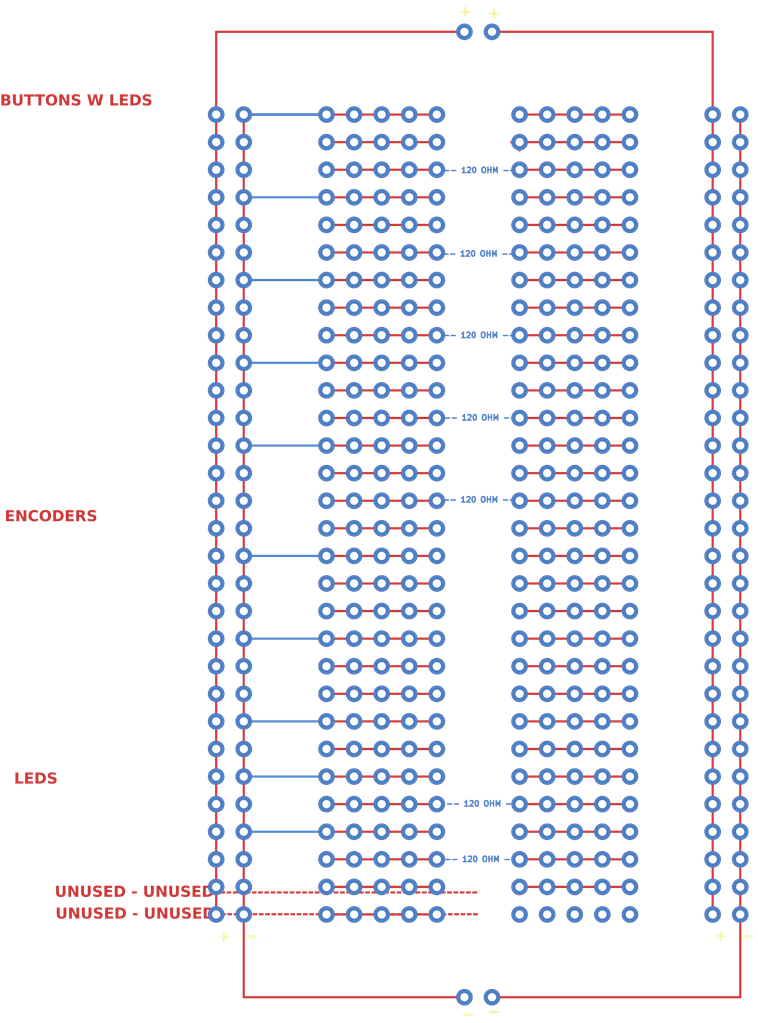
<source format=kicad_pcb>
(kicad_pcb (version 20221018) (generator pcbnew)
  (layers (0 "F.Cu" signal) (31 "B.Cu" signal) (34 "B.Paste" user) (35 "F.Paste" user) (36 "B.SilkS" user "B.Silkscreen") (37 "F.SilkS" user "F.Silkscreen") (38 "B.Mask" user) (39 "F.Mask" user) (44 "Edge.Cuts" user))
  (net 0 "")
  (footprint "RYAN:MCP_BOARD_3" (layer "F.Cu") (at 35.56 17.78)
    (fp_text reference "REF**" hide)
    (fp_text value "MCP_BOARD_1")
  )
  (gr_text "UNUSED - UNUSED -----------------------------------------" (at 18.21872 97.069032) (layer "F.Cu") (effects (font (size 1 1) (thickness 0.2) bold) (justify left bottom)))
  (gr_text "UNUSED - UNUSED -----------------------------------------" (at 18.147061 95.062603) (layer "F.Cu") (effects (font (size 1 1) (thickness 0.2) bold) (justify left bottom)))
  (gr_text "-- 120 OHM --" (at 53.838938 58.609302) (layer "B.Cu") (effects (font (size 0.5 0.5) (thickness 0.125) bold) (justify left bottom)))
  (gr_text "-- 120 OHM --" (at 53.791166 35.965317) (layer "B.Cu") (effects (font (size 0.5 0.5) (thickness 0.125) bold) (justify left bottom)))
  (gr_text "-- 120 OHM --" (at 53.934483 51.061307) (layer "B.Cu") (effects (font (size 0.5 0.5) (thickness 0.125) bold) (justify left bottom)))
  (gr_text "-- 120 OHM --" (at 53.982255 91.715382) (layer "B.Cu") (effects (font (size 0.5 0.5) (thickness 0.125) bold) (justify left bottom)))
  (gr_text "-- 120 OHM --" (at 53.838938 43.46554) (layer "B.Cu") (effects (font (size 0.5 0.5) (thickness 0.125) bold) (justify left bottom)))
  (gr_text "-- 120 OHM --" (at 54.125571 86.603765) (layer "B.Cu") (effects (font (size 0.5 0.5) (thickness 0.125) bold) (justify left bottom)))
  (gr_text "-- 120 OHM --" (at 53.886711 28.274005) (layer "B.Cu") (effects (font (size 0.5 0.5) (thickness 0.125) bold) (justify left bottom)))
  (segment (start 42.375706 78.74) (end 43.18 78.74) (width 0) (layer "B.Cu") (net 0))
  (segment (start 42.375706 88.9) (end 35.56 88.9) (width 0.2) (layer "B.Cu") (net 0))
  (segment (start 42.396938 53.34) (end 43.18 53.34) (width 0) (layer "B.Cu") (net 0))
  (segment (start 42.404784 45.72) (end 35.56 45.72) (width 0.2) (layer "B.Cu") (net 0))
  (segment (start 42.375706 63.5) (end 35.56 63.5) (width 0.2) (layer "B.Cu") (net 0))
  (segment (start 42.383552 38.1) (end 43.18 38.1) (width 0) (layer "B.Cu") (net 0))
  (segment (start 42.396938 83.82) (end 35.56 83.82) (width 0.2) (layer "B.Cu") (net 0))
  (segment (start 42.383552 30.48) (end 43.18 30.48) (width 0) (layer "B.Cu") (net 0))
  (segment (start 42.375706 78.74) (end 35.56 78.74) (width 0.2) (layer "B.Cu") (net 0))
  (segment (start 42.375706 71.12) (end 43.18 71.12) (width 0) (layer "B.Cu") (net 0))
  (segment (start 42.396938 83.82) (end 43.18 83.82) (width 0) (layer "B.Cu") (net 0))
  (segment (start 42.375706 63.5) (end 43.18 63.5) (width 0) (layer "B.Cu") (net 0))
  (segment (start 42.375706 88.9) (end 43.18 88.9) (width 0) (layer "B.Cu") (net 0))
  (segment (start 42.383552 38.1) (end 35.56 38.1) (width 0.2) (layer "B.Cu") (net 0))
  (segment (start 42.404784 45.72) (end 43.18 45.72) (width 0) (layer "B.Cu") (net 0))
  (segment (start 35.56 22.86) (end 43.18 22.86) (width 0.25) (layer "B.Cu") (net 0))
  (segment (start 42.396938 53.34) (end 35.56 53.34) (width 0.2) (layer "B.Cu") (net 0))
  (segment (start 42.375706 71.12) (end 35.56 71.12) (width 0.2) (layer "B.Cu") (net 0))
  (segment (start 42.383552 30.48) (end 35.56 30.48) (width 0.2) (layer "B.Cu") (net 0))
)
</source>
